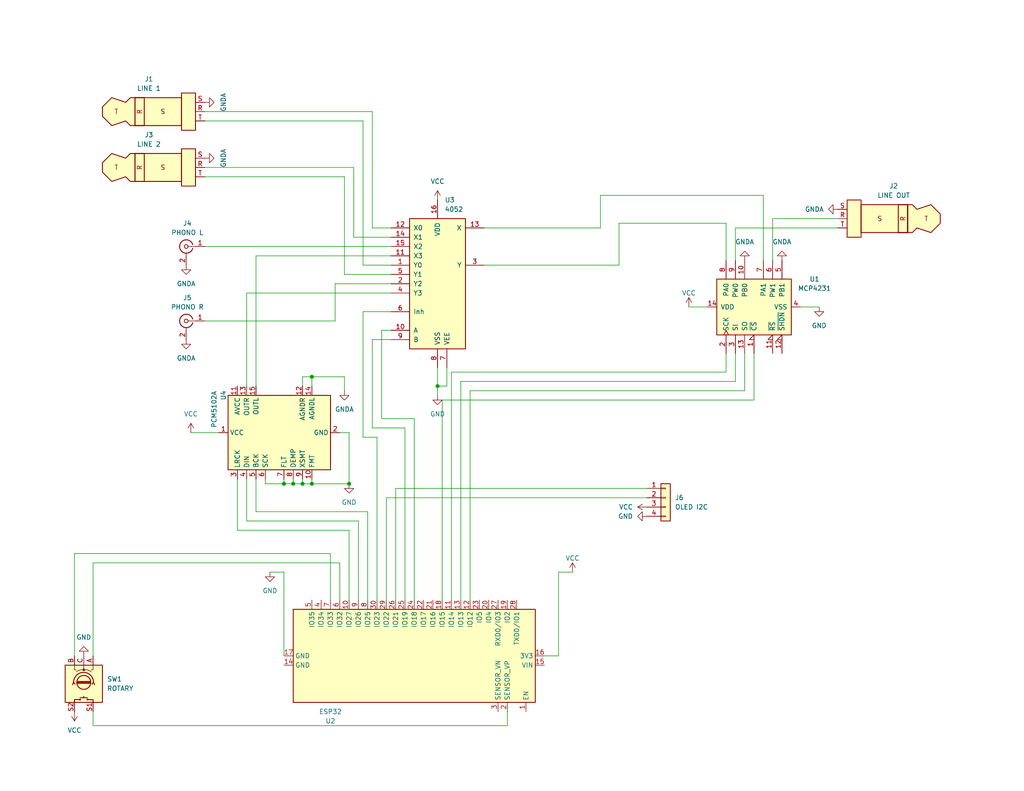
<source format=kicad_sch>
(kicad_sch (version 20230121) (generator eeschema)
  (paper "USLetter")
  (title_block (title "Digital Audio Switch") (date "2023-05-29") (rev "v1") (comment 2 "https://creativecommons.org/licenses/by/4.0/") (comment 3 "License: CC BY 4.0") (comment 4 "Author: Correl Roush <correl@gmail.com>"))
  (lib_symbols
    (symbol "4xxx:4052" (pin_names (offset 1.016))
      (property "Reference" "U" (at -7.62 19.05 0))
      (property "Value" "4052" (at -7.62 -19.05 0))
      (symbol "4052_1_0"
        (pin passive line (at -12.7 5.08 0) (length 5.08) (name "Y0") (number "1"))
        (pin input line (at -12.7 -12.7 0) (length 5.08) (name "A") (number "10"))
        (pin passive line (at -12.7 7.62 0) (length 5.08) (name "X3") (number "11"))
        (pin passive line (at -12.7 15.24 0) (length 5.08) (name "X0") (number "12"))
        (pin passive line (at 12.7 15.24 180) (length 5.08) (name "X") (number "13"))
        (pin passive line (at -12.7 12.7 0) (length 5.08) (name "X1") (number "14"))
        (pin passive line (at -12.7 10.16 0) (length 5.08) (name "X2") (number "15"))
        (pin power_in line (at 0 22.86 270) (length 5.08) (name "VDD") (number "16"))
        (pin passive line (at -12.7 0 0) (length 5.08) (name "Y2") (number "2"))
        (pin passive line (at 12.7 5.08 180) (length 5.08) (name "Y") (number "3"))
        (pin passive line (at -12.7 -2.54 0) (length 5.08) (name "Y3") (number "4"))
        (pin passive line (at -12.7 2.54 0) (length 5.08) (name "Y1") (number "5"))
        (pin input line (at -12.7 -7.62 0) (length 5.08) (name "Inh") (number "6"))
        (pin power_in line (at 2.54 -22.86 90) (length 5.08) (name "VEE") (number "7"))
        (pin power_in line (at 0 -22.86 90) (length 5.08) (name "VSS") (number "8"))
        (pin input line (at -12.7 -15.24 0) (length 5.08) (name "B") (number "9"))
      )
      (symbol "4052_1_1"
        (rectangle (start -7.62 17.78) (end 7.62 -17.78) (stroke (width 0.254)) (fill (type background)))
      )
    )
    (symbol "Audio:PCM5102A"
      (property "Reference" "U4" (at 10.16 13.97 0))
      (property "Value" "PCM5102A" (at 6.35 16.51 0))
      (symbol "PCM5102A_0_1"
        (rectangle (start -10.16 12.7) (end 10.16 -15.24) (stroke (width 0.254)) (fill (type background)))
      )
      (symbol "PCM5102A_1_1"
        (pin power_in line (at 0 15.24 270) (length 2.54) (name "VCC") (number "1"))
        (pin input line (at -12.7 -10.16 0) (length 2.54) (name "FMT") (number "10"))
        (pin power_in line (at 12.7 10.16 180) (length 2.54) (name "AVCC") (number "11"))
        (pin power_in line (at 12.7 -7.62 180) (length 2.54) (name "AGNDR") (number "12"))
        (pin output line (at 12.7 7.62 180) (length 2.54) (name "OUTR") (number "13"))
        (pin power_in line (at 12.7 -10.16 180) (length 2.54) (name "AGNDL") (number "14"))
        (pin output line (at 12.7 5.08 180) (length 2.54) (name "OUTL") (number "15"))
        (pin power_in line (at 0 -17.78 90) (length 2.54) (name "GND") (number "2"))
        (pin input line (at -12.7 10.16 0) (length 2.54) (name "LRCK") (number "3"))
        (pin input line (at -12.7 7.62 0) (length 2.54) (name "DIN") (number "4"))
        (pin input line (at -12.7 5.08 0) (length 2.54) (name "BCK") (number "5"))
        (pin input line (at -12.7 2.54 0) (length 2.54) (name "SCK") (number "6"))
        (pin input line (at -12.7 -2.54 0) (length 2.54) (name "FLT") (number "7"))
        (pin input line (at -12.7 -5.08 0) (length 2.54) (name "DEMP") (number "8"))
        (pin input line (at -12.7 -7.62 0) (length 2.54) (name "XSMT") (number "9"))
      )
    )
    (symbol "Connector:Conn_Coaxial" (pin_names (offset 1.016) hide)
      (property "Reference" "J" (at 0.254 3.048 0))
      (property "Value" "Conn_Coaxial" (at 2.921 0 90))
      (symbol "Conn_Coaxial_0_1"
        (arc (start -1.778 -0.508) (mid 0.2311 -1.8066) (end 1.778 0) (stroke (width 0.254)))
        (polyline (pts (xy -2.54 0) (xy -0.508 0)))
        (polyline (pts (xy 0 -2.54) (xy 0 -1.778)))
        (circle (center 0 0) (radius 0.508) (stroke (width 0.2032)))
        (arc (start 1.778 0) (mid 0.2099 1.8101) (end -1.778 0.508) (stroke (width 0.254)))
      )
      (symbol "Conn_Coaxial_1_1"
        (pin passive line (at -5.08 0 0) (length 2.54) (name "In") (number "1"))
        (pin passive line (at 0 -5.08 90) (length 2.54) (name "Ext") (number "2"))
      )
    )
    (symbol "Connector_Audio:AudioPlug3"
      (property "Reference" "J" (at 1.27 6.35 0))
      (property "Value" "AudioPlug3" (at 1.27 -6.35 0))
      (symbol "AudioPlug3_0_0"
        (text "R" (at -2.54 0 900) (effects (font (size 1.27 1.27))))
      )
      (symbol "AudioPlug3_0_1"
        (rectangle (start -3.81 3.81) (end -1.27 -3.81) (stroke (width 0.254)))
        (rectangle (start -1.27 -1.27) (end -1.27 -1.27))
      )
      (symbol "AudioPlug3_1_0"
        (text "S" (at 3.81 0 0) (effects (font (size 1.27 1.27))))
        (text "T" (at -8.89 0 0) (effects (font (size 1.27 1.27))))
      )
      (symbol "AudioPlug3_1_1"
        (rectangle (start -3.81 3.81) (end 8.89 -3.81) (stroke (width 0.254)) (fill (type background)))
        (polyline (pts (xy -3.81 3.81) (xy -5.08 3.81) (xy -6.35 2.54) (xy -10.16 3.81) (xy -12.7 1.27) (xy -12.7 -1.27) (xy -10.16 -3.81) (xy -6.35 -2.54) (xy -5.08 -3.81) (xy -3.81 -3.81) (xy -3.81 3.81)) (stroke (width 0.254)) (fill (type background)))
        (rectangle (start 12.7 5.08) (end 8.89 -5.08) (stroke (width 0.254)) (fill (type background)))
        (pin passive line (at 15.24 0 180) (length 2.54) (name "~") (number "R"))
        (pin passive line (at 15.24 2.54 180) (length 2.54) (name "~") (number "S"))
        (pin passive line (at 15.24 -2.54 180) (length 2.54) (name "~") (number "T"))
      )
    )
    (symbol "Connector_Generic:Conn_01x04" (pin_names (offset 1.016) hide)
      (property "Reference" "J" (at 0 5.08 0))
      (property "Value" "Conn_01x04" (at 0 -7.62 0))
      (symbol "Conn_01x04_1_1"
        (rectangle (start -1.27 -4.953) (end 0 -5.207) (stroke (width 0.1524)))
        (rectangle (start -1.27 -2.413) (end 0 -2.667) (stroke (width 0.1524)))
        (rectangle (start -1.27 0.127) (end 0 -0.127) (stroke (width 0.1524)))
        (rectangle (start -1.27 2.667) (end 0 2.413) (stroke (width 0.1524)))
        (rectangle (start -1.27 3.81) (end 1.27 -6.35) (stroke (width 0.254)) (fill (type background)))
        (pin passive line (at -5.08 2.54 0) (length 3.81) (name "Pin_1") (number "1"))
        (pin passive line (at -5.08 0 0) (length 3.81) (name "Pin_2") (number "2"))
        (pin passive line (at -5.08 -2.54 0) (length 3.81) (name "Pin_3") (number "3"))
        (pin passive line (at -5.08 -5.08 0) (length 3.81) (name "Pin_4") (number "4"))
      )
    )
    (symbol "Device:RotaryEncoder_Switch" (pin_names (offset 0.254) hide)
      (property "Reference" "SW" (at 0 6.604 0))
      (property "Value" "RotaryEncoder_Switch" (at 0 -6.604 0))
      (symbol "RotaryEncoder_Switch_0_1"
        (rectangle (start -5.08 5.08) (end 5.08 -5.08) (stroke (width 0.254)) (fill (type background)))
        (circle (center -3.81 0) (radius 0.254) (fill (type outline)))
        (circle (center -0.381 0) (radius 1.905) (stroke (width 0.254)))
        (arc (start -0.381 2.667) (mid -3.0988 -0.0635) (end -0.381 -2.794) (stroke (width 0.254)))
        (polyline (pts (xy -0.635 -1.778) (xy -0.635 1.778)) (stroke (width 0.254)))
        (polyline (pts (xy -0.381 -1.778) (xy -0.381 1.778)) (stroke (width 0.254)))
        (polyline (pts (xy -0.127 1.778) (xy -0.127 -1.778)) (stroke (width 0.254)))
        (polyline (pts (xy 3.81 0) (xy 3.429 0)) (stroke (width 0.254)))
        (polyline (pts (xy 3.81 1.016) (xy 3.81 -1.016)) (stroke (width 0.254)))
        (polyline (pts (xy -5.08 -2.54) (xy -3.81 -2.54) (xy -3.81 -2.032)))
        (polyline (pts (xy -5.08 2.54) (xy -3.81 2.54) (xy -3.81 2.032)))
        (polyline (pts (xy 0.254 -3.048) (xy -0.508 -2.794) (xy 0.127 -2.413)) (stroke (width 0.254)))
        (polyline (pts (xy 0.254 2.921) (xy -0.508 2.667) (xy 0.127 2.286)) (stroke (width 0.254)))
        (polyline (pts (xy 5.08 -2.54) (xy 4.318 -2.54) (xy 4.318 -1.016)) (stroke (width 0.254)))
        (polyline (pts (xy 5.08 2.54) (xy 4.318 2.54) (xy 4.318 1.016)) (stroke (width 0.254)))
        (polyline (pts (xy -5.08 0) (xy -3.81 0) (xy -3.81 -1.016) (xy -3.302 -2.032)))
        (polyline (pts (xy -4.318 0) (xy -3.81 0) (xy -3.81 1.016) (xy -3.302 2.032)))
        (circle (center 4.318 -1.016) (radius 0.127) (stroke (width 0.254)))
        (circle (center 4.318 1.016) (radius 0.127) (stroke (width 0.254)))
      )
      (symbol "RotaryEncoder_Switch_1_1"
        (pin passive line (at -7.62 2.54 0) (length 2.54) (name "A") (number "A"))
        (pin passive line (at -7.62 -2.54 0) (length 2.54) (name "B") (number "B"))
        (pin passive line (at -7.62 0 0) (length 2.54) (name "C") (number "C"))
        (pin passive line (at 7.62 2.54 180) (length 2.54) (name "S1") (number "S1"))
        (pin passive line (at 7.62 -2.54 180) (length 2.54) (name "S2") (number "S2"))
      )
    )
    (symbol "Digital Audio Switch:ESP32_DevKit_V1_DOIT"
      (property "Reference" "U" (at -11.43 34.29 0))
      (property "Value" "ESP32_DevKit_V1_DOIT" (at 11.43 34.29 0))
      (symbol "ESP32_DevKit_V1_DOIT_1_1"
        (rectangle (start -12.7 33.02) (end 12.7 -33.02) (stroke (width 0.254)) (fill (type background)))
        (pin input line (at -15.24 30.48 0) (length 2.54) (name "EN") (number "1"))
        (pin bidirectional line (at 15.24 -17.78 180) (length 2.54) (name "IO27") (number "10"))
        (pin bidirectional line (at 15.24 10.16 180) (length 2.54) (name "IO14") (number "11"))
        (pin bidirectional line (at 15.24 15.24 180) (length 2.54) (name "IO12") (number "12"))
        (pin bidirectional line (at 15.24 12.7 180) (length 2.54) (name "IO13") (number "13"))
        (pin power_in line (at -2.54 -35.56 90) (length 2.54) (name "GND") (number "14"))
        (pin power_in line (at -2.54 35.56 270) (length 2.54) (name "VIN") (number "15"))
        (pin power_in line (at 0 35.56 270) (length 2.54) (name "3V3") (number "16"))
        (pin power_in line (at 0 -35.56 90) (length 2.54) (name "GND") (number "17"))
        (pin bidirectional line (at 15.24 7.62 180) (length 2.54) (name "IO15") (number "18"))
        (pin bidirectional line (at 15.24 25.4 180) (length 2.54) (name "IO2") (number "19"))
        (pin input line (at -15.24 25.4 0) (length 2.54) (name "SENSOR_VP") (number "2"))
        (pin bidirectional line (at 15.24 20.32 180) (length 2.54) (name "IO4") (number "20"))
        (pin bidirectional line (at 15.24 5.08 180) (length 2.54) (name "IO16") (number "21"))
        (pin bidirectional line (at 15.24 2.54 180) (length 2.54) (name "IO17") (number "22"))
        (pin bidirectional line (at 15.24 17.78 180) (length 2.54) (name "IO5") (number "23"))
        (pin bidirectional line (at 15.24 0 180) (length 2.54) (name "IO18") (number "24"))
        (pin bidirectional line (at 15.24 -2.54 180) (length 2.54) (name "IO19") (number "25"))
        (pin bidirectional line (at 15.24 -5.08 180) (length 2.54) (name "IO21") (number "26"))
        (pin bidirectional line (at 15.24 22.86 180) (length 2.54) (name "RXD0/IO3") (number "27"))
        (pin bidirectional line (at 15.24 27.94 180) (length 2.54) (name "TXD0/IO1") (number "28"))
        (pin bidirectional line (at 15.24 -7.62 180) (length 2.54) (name "IO22") (number "29"))
        (pin input line (at -15.24 22.86 0) (length 2.54) (name "SENSOR_VN") (number "3"))
        (pin bidirectional line (at 15.24 -10.16 180) (length 2.54) (name "IO23") (number "30"))
        (pin input line (at 15.24 -25.4 180) (length 2.54) (name "IO34") (number "4"))
        (pin input line (at 15.24 -27.94 180) (length 2.54) (name "IO35") (number "5"))
        (pin bidirectional line (at 15.24 -20.32 180) (length 2.54) (name "IO32") (number "6"))
        (pin bidirectional line (at 15.24 -22.86 180) (length 2.54) (name "IO33") (number "7"))
        (pin bidirectional line (at 15.24 -12.7 180) (length 2.54) (name "IO25") (number "8"))
        (pin bidirectional line (at 15.24 -15.24 180) (length 2.54) (name "IO26") (number "9"))
      )
    )
    (symbol "Potentiometer_Digital:MCP42010" (pin_names (offset 1.016))
      (property "Reference" "U" (at -7.62 11.43 0))
      (property "Value" "MCP42010" (at 2.54 11.43 0))
      (symbol "MCP42010_0_1"
        (rectangle (start -7.62 10.16) (end 7.62 -10.16) (stroke (width 0.254)) (fill (type background)))
      )
      (symbol "MCP42010_1_1"
        (pin input input_low (at -12.7 0 0) (length 5.08) (name "~{CS}") (number "1"))
        (pin passive line (at 12.7 2.54 180) (length 5.08) (name "PB0") (number "10"))
        (pin input input_low (at -12.7 -5.08 0) (length 5.08) (name "~{RS}") (number "11"))
        (pin input input_low (at -12.7 -7.62 0) (length 5.08) (name "~{SHDN}") (number "12"))
        (pin output line (at -12.7 2.54 0) (length 5.08) (name "SO") (number "13"))
        (pin power_in line (at 0 12.7 270) (length 2.54) (name "VDD") (number "14"))
        (pin input clock (at -12.7 7.62 0) (length 5.08) (name "SCK") (number "2"))
        (pin input line (at -12.7 5.08 0) (length 5.08) (name "SI") (number "3"))
        (pin power_in line (at 0 -12.7 90) (length 2.54) (name "VSS") (number "4"))
        (pin passive line (at 12.7 -7.62 180) (length 5.08) (name "PB1") (number "5"))
        (pin passive line (at 12.7 -5.08 180) (length 5.08) (name "PW1") (number "6"))
        (pin passive line (at 12.7 -2.54 180) (length 5.08) (name "PA1") (number "7"))
        (pin passive line (at 12.7 7.62 180) (length 5.08) (name "PA0") (number "8"))
        (pin passive line (at 12.7 5.08 180) (length 5.08) (name "PW0") (number "9"))
      )
    )
    (symbol "power:GND" (power) (pin_names (offset 0))
      (property "Value" "GND" (at 0 -3.81 0))
      (symbol "GND_0_1"
        (polyline (pts (xy 0 0) (xy 0 -1.27) (xy 1.27 -1.27) (xy 0 -2.54) (xy -1.27 -1.27) (xy 0 -1.27)))
      )
      (symbol "GND_1_1"
        (pin power_in line (at 0 0 270) (length 0) hide (name "GND") (number "1"))
      )
    )
    (symbol "power:GNDA" (power) (pin_names (offset 0))
      (property "Value" "GNDA" (at 0 -3.81 0))
      (symbol "GNDA_0_1"
        (polyline (pts (xy 0 0) (xy 0 -1.27) (xy 1.27 -1.27) (xy 0 -2.54) (xy -1.27 -1.27) (xy 0 -1.27)))
      )
      (symbol "GNDA_1_1"
        (pin power_in line (at 0 0 270) (length 0) hide (name "GNDA") (number "1"))
      )
    )
    (symbol "power:VCC" (power) (pin_names (offset 0))
      (property "Value" "VCC" (at 0 3.81 0))
      (symbol "VCC_0_1"
        (polyline (pts (xy -0.762 1.27) (xy 0 2.54)))
        (polyline (pts (xy 0 0) (xy 0 2.54)))
        (polyline (pts (xy 0 2.54) (xy 0.762 1.27)))
      )
      (symbol "VCC_1_1"
        (pin power_in line (at 0 0 90) (length 0) hide (name "VCC") (number "1"))
      )
    )
  )
  (junction (at 95.25 132.08))
  (junction (at 82.55 132.08))
  (junction (at 77.47 132.08))
  (junction (at 85.09 102.87))
  (junction (at 85.09 132.08))
  (junction (at 80.01 132.08))
  (junction (at 119.38 105.41))
  (wire (pts (xy 104.14 90.17) (xy 106.68 90.17)))
  (wire (pts (xy 85.09 102.87) (xy 93.98 102.87)))
  (wire (pts (xy 99.06 85.09) (xy 106.68 85.09)))
  (wire (pts (xy 198.12 60.96) (xy 198.12 71.12)))
  (wire (pts (xy 95.25 118.11) (xy 95.25 132.08)))
  (wire (pts (xy 64.77 144.78) (xy 95.25 144.78)))
  (wire (pts (xy 93.98 48.26) (xy 93.98 74.93)))
  (wire (pts (xy 163.83 62.23) (xy 163.83 53.34)))
  (wire (pts (xy 203.2 106.68) (xy 203.2 96.52)))
  (wire (pts (xy 128.27 106.68) (xy 203.2 106.68)))
  (wire (pts (xy 128.27 163.83) (xy 128.27 106.68)))
  (wire (pts (xy 92.71 118.11) (xy 95.25 118.11)))
  (wire (pts (xy 67.31 105.41) (xy 67.31 80.01)))
  (wire (pts (xy 123.19 101.6) (xy 198.12 101.6)))
  (wire (pts (xy 101.6 30.48) (xy 101.6 62.23)))
  (wire (pts (xy 55.88 33.02) (xy 99.06 33.02)))
  (wire (pts (xy 102.87 119.38) (xy 99.06 119.38)))
  (wire (pts (xy 187.96 83.82) (xy 193.04 83.82)))
  (wire (pts (xy 123.19 163.83) (xy 123.19 101.6)))
  (wire (pts (xy 96.52 45.72) (xy 96.52 64.77)))
  (wire (pts (xy 101.6 92.71) (xy 106.68 92.71)))
  (wire (pts (xy 105.41 135.89) (xy 105.41 163.83)))
  (wire (pts (xy 91.44 87.63) (xy 91.44 77.47)))
  (wire (pts (xy 101.6 62.23) (xy 106.68 62.23)))
  (wire (pts (xy 67.31 80.01) (xy 106.68 80.01)))
  (wire (pts (xy 69.85 105.41) (xy 69.85 69.85)))
  (wire (pts (xy 99.06 72.39) (xy 106.68 72.39)))
  (wire (pts (xy 95.25 132.08) (xy 85.09 132.08)))
  (wire (pts (xy 91.44 77.47) (xy 106.68 77.47)))
  (wire (pts (xy 25.4 198.12) (xy 138.43 198.12)))
  (wire (pts (xy 64.77 130.81) (xy 64.77 144.78)))
  (wire (pts (xy 210.82 59.69) (xy 228.6 59.69)))
  (wire (pts (xy 110.49 116.84) (xy 110.49 163.83)))
  (wire (pts (xy 210.82 71.12) (xy 210.82 59.69)))
  (wire (pts (xy 152.4 156.21) (xy 156.21 156.21)))
  (wire (pts (xy 69.85 139.7) (xy 100.33 139.7)))
  (wire (pts (xy 138.43 198.12) (xy 138.43 194.31)))
  (wire (pts (xy 93.98 102.87) (xy 93.98 106.68)))
  (wire (pts (xy 148.59 179.07) (xy 152.4 179.07)))
  (wire (pts (xy 82.55 105.41) (xy 82.55 102.87)))
  (wire (pts (xy 25.4 153.67) (xy 25.4 179.07)))
  (wire (pts (xy 163.83 53.34) (xy 208.28 53.34)))
  (wire (pts (xy 52.07 118.11) (xy 59.69 118.11)))
  (wire (pts (xy 96.52 64.77) (xy 106.68 64.77)))
  (wire (pts (xy 95.25 144.78) (xy 95.25 163.83)))
  (wire (pts (xy 168.91 60.96) (xy 198.12 60.96)))
  (wire (pts (xy 205.74 96.52) (xy 205.74 109.22)))
  (wire (pts (xy 99.06 119.38) (xy 99.06 85.09)))
  (wire (pts (xy 200.66 62.23) (xy 228.6 62.23)))
  (wire (pts (xy 107.95 133.35) (xy 107.95 163.83)))
  (wire (pts (xy 113.03 114.3) (xy 104.14 114.3)))
  (wire (pts (xy 69.85 69.85) (xy 106.68 69.85)))
  (wire (pts (xy 67.31 130.81) (xy 67.31 142.24)))
  (wire (pts (xy 82.55 130.81) (xy 82.55 132.08)))
  (wire (pts (xy 110.49 116.84) (xy 101.6 116.84)))
  (wire (pts (xy 55.88 30.48) (xy 101.6 30.48)))
  (wire (pts (xy 99.06 33.02) (xy 99.06 72.39)))
  (wire (pts (xy 132.08 72.39) (xy 168.91 72.39)))
  (wire (pts (xy 101.6 116.84) (xy 101.6 92.71)))
  (wire (pts (xy 200.66 71.12) (xy 200.66 62.23)))
  (wire (pts (xy 77.47 130.81) (xy 77.47 132.08)))
  (wire (pts (xy 125.73 163.83) (xy 125.73 104.14)))
  (wire (pts (xy 77.47 179.07) (xy 77.47 156.21)))
  (wire (pts (xy 92.71 163.83) (xy 92.71 153.67)))
  (wire (pts (xy 55.88 67.31) (xy 106.68 67.31)))
  (wire (pts (xy 82.55 102.87) (xy 85.09 102.87)))
  (wire (pts (xy 100.33 139.7) (xy 100.33 163.83)))
  (wire (pts (xy 218.44 83.82) (xy 223.52 83.82)))
  (wire (pts (xy 198.12 101.6) (xy 198.12 96.52)))
  (wire (pts (xy 132.08 62.23) (xy 163.83 62.23)))
  (wire (pts (xy 72.39 130.81) (xy 72.39 132.08)))
  (wire (pts (xy 119.38 105.41) (xy 119.38 107.95)))
  (wire (pts (xy 113.03 114.3) (xy 113.03 163.83)))
  (wire (pts (xy 77.47 132.08) (xy 80.01 132.08)))
  (wire (pts (xy 92.71 153.67) (xy 25.4 153.67)))
  (wire (pts (xy 82.55 132.08) (xy 85.09 132.08)))
  (wire (pts (xy 90.17 151.13) (xy 20.32 151.13)))
  (wire (pts (xy 200.66 104.14) (xy 200.66 96.52)))
  (wire (pts (xy 152.4 179.07) (xy 152.4 156.21)))
  (wire (pts (xy 208.28 53.34) (xy 208.28 71.12)))
  (wire (pts (xy 176.53 133.35) (xy 107.95 133.35)))
  (wire (pts (xy 20.32 151.13) (xy 20.32 179.07)))
  (wire (pts (xy 67.31 142.24) (xy 97.79 142.24)))
  (wire (pts (xy 176.53 135.89) (xy 105.41 135.89)))
  (wire (pts (xy 121.92 105.41) (xy 119.38 105.41)))
  (wire (pts (xy 121.92 100.33) (xy 121.92 105.41)))
  (wire (pts (xy 102.87 163.83) (xy 102.87 119.38)))
  (wire (pts (xy 72.39 132.08) (xy 77.47 132.08)))
  (wire (pts (xy 69.85 130.81) (xy 69.85 139.7)))
  (wire (pts (xy 168.91 72.39) (xy 168.91 60.96)))
  (wire (pts (xy 55.88 87.63) (xy 91.44 87.63)))
  (wire (pts (xy 85.09 132.08) (xy 85.09 130.81)))
  (wire (pts (xy 80.01 130.81) (xy 80.01 132.08)))
  (wire (pts (xy 104.14 114.3) (xy 104.14 90.17)))
  (wire (pts (xy 25.4 194.31) (xy 25.4 198.12)))
  (wire (pts (xy 120.65 163.83) (xy 120.65 109.22)))
  (wire (pts (xy 97.79 142.24) (xy 97.79 163.83)))
  (wire (pts (xy 85.09 102.87) (xy 85.09 105.41)))
  (wire (pts (xy 80.01 132.08) (xy 82.55 132.08)))
  (wire (pts (xy 119.38 100.33) (xy 119.38 105.41)))
  (wire (pts (xy 55.88 48.26) (xy 93.98 48.26)))
  (wire (pts (xy 120.65 109.22) (xy 205.74 109.22)))
  (wire (pts (xy 90.17 163.83) (xy 90.17 151.13)))
  (wire (pts (xy 93.98 74.93) (xy 106.68 74.93)))
  (wire (pts (xy 125.73 104.14) (xy 200.66 104.14)))
  (wire (pts (xy 55.88 45.72) (xy 96.52 45.72)))
  (wire (pts (xy 77.47 156.21) (xy 73.66 156.21)))
  (symbol (lib_id "Connector_Generic:Conn_01x04") (at 181.61 135.89 0) (unit 1)
    (property "Reference" "J6" (at 184.15 135.89 0) (effects (justify left)))
    (property "Value" "OLED I2C" (at 184.15 138.43 0) (effects (justify left)))
    (property "Footprint" "Digital Audio Switch:I2C Pin Header" (effects hide))
  )
  (symbol (lib_id "power:GNDA") (at 55.88 27.94 90) (unit 1)
    (property "Reference" "#PWR011" (effects hide))
    (property "Value" "GNDA" (at 60.96 27.94 0))
  )
  (symbol (lib_id "power:GNDA") (at 50.8 72.39 0) (unit 1)
    (property "Reference" "#PWR07" (effects hide))
    (property "Value" "GNDA" (at 50.8 77.47 0))
  )
  (symbol (lib_id "Connector:Conn_Coaxial") (at 50.8 87.63 0) (mirror y) (unit 1)
    (property "Reference" "J5" (at 51.1174 81.28 0))
    (property "Value" "PHONO R" (at 51.1174 83.82 0))
    (property "Footprint" "Digital Audio Switch:KLPX-0848A" (effects hide))
    (property "Datasheet" " ~" (effects hide))
  )
  (symbol (lib_id "power:VCC") (at 176.53 138.43 90) (unit 1)
    (property "Reference" "#PWR09" (effects hide))
    (property "Value" "VCC" (at 172.72 138.43 90) (effects (justify left)))
  )
  (symbol (lib_id "power:GND") (at 176.53 140.97 270) (unit 1)
    (property "Reference" "#PWR010" (effects hide))
    (property "Value" "GND" (at 172.72 140.97 90) (effects (justify right)))
  )
  (symbol (lib_id "power:GNDA") (at 228.6 57.15 270) (unit 1)
    (property "Reference" "#PWR015" (effects hide))
    (property "Value" "GNDA" (at 224.79 57.15 90) (effects (justify right)))
  )
  (symbol (lib_id "power:GNDA") (at 213.36 71.12 0) (mirror x) (unit 1)
    (property "Reference" "#PWR014" (effects hide))
    (property "Value" "GNDA" (at 213.36 66.04 0))
  )
  (symbol (lib_id "power:VCC") (at 187.96 83.82 0) (unit 1)
    (property "Reference" "#PWR02" (effects hide))
    (property "Value" "VCC" (at 187.96 80.01 0))
  )
  (symbol (lib_id "power:VCC") (at 20.32 194.31 0) (mirror x) (unit 1)
    (property "Reference" "#PWR06" (effects hide))
    (property "Value" "VCC" (at 20.32 199.39 0))
  )
  (symbol (lib_id "Connector_Audio:AudioPlug3") (at 243.84 59.69 0) (mirror y) (unit 1)
    (property "Reference" "J2" (at 243.84 50.8 0))
    (property "Value" "LINE OUT" (at 243.84 53.34 0))
    (property "Footprint" "Digital Audio Switch:Jack_3.5mm_CUI_SJ1-3533NG_Horizontal" (effects hide))
  )
  (symbol (lib_id "power:GNDA") (at 50.8 92.71 0) (unit 1)
    (property "Reference" "#PWR08" (effects hide))
    (property "Value" "GNDA" (at 50.8 97.79 0))
  )
  (symbol (lib_id "power:GND") (at 95.25 132.08 0) (unit 1)
    (property "Reference" "#PWR018" (effects hide))
    (property "Value" "GND" (at 95.25 137.16 0))
  )
  (symbol (lib_id "power:VCC") (at 52.07 118.11 0) (unit 1)
    (property "Reference" "#PWR020" (effects hide))
    (property "Value" "VCC" (at 52.07 113.03 0))
  )
  (symbol (lib_id "power:VCC") (at 119.38 54.61 0) (unit 1)
    (property "Reference" "#PWR017" (effects hide))
    (property "Value" "VCC" (at 119.38 49.53 0))
  )
  (symbol (lib_id "power:GND") (at 119.38 107.95 0) (unit 1)
    (property "Reference" "#PWR016" (effects hide))
    (property "Value" "GND" (at 119.38 113.03 0))
  )
  (symbol (lib_id "Audio:PCM5102A") (at 74.93 118.11 90) (unit 1)
    (property "Reference" "U4" (at 60.96 107.95 0))
    (property "Value" "PCM5102A" (at 58.42 111.76 0))
    (property "Footprint" "Digital Audio Switch:PCM5102" (effects hide))
    (property "Datasheet" "https://www.ti.com/lit/ds/symlink/pcm5102a.pdf" (effects hide))
  )
  (symbol (lib_id "power:GNDA") (at 93.98 106.68 0) (unit 1)
    (property "Reference" "#PWR019" (effects hide))
    (property "Value" "GNDA" (at 93.98 111.76 0))
  )
  (symbol (lib_id "power:VCC") (at 156.21 156.21 0) (unit 1)
    (property "Reference" "#PWR01" (effects hide))
    (property "Value" "VCC" (at 156.21 152.4 0))
  )
  (symbol (lib_id "power:GND") (at 22.86 179.07 0) (mirror x) (unit 1)
    (property "Reference" "#PWR05" (effects hide))
    (property "Value" "GND" (at 22.86 173.99 0))
  )
  (symbol (lib_id "4xxx:4052") (at 119.38 77.47 0) (unit 1)
    (property "Reference" "U3" (at 121.3359 54.61 0) (effects (justify left)))
    (property "Value" "4052" (at 121.3359 57.15 0) (effects (justify left)))
    (property "Footprint" "Package_DIP:DIP-16_W10.16mm" (effects hide))
    (property "Datasheet" "http://www.intersil.com/content/dam/Intersil/documents/cd40/cd4051bms-52bms-53bms.pdf" (effects hide))
  )
  (symbol (lib_id "Connector_Audio:AudioPlug3") (at 40.64 30.48 0) (unit 1)
    (property "Reference" "J1" (at 40.64 21.59 0))
    (property "Value" "LINE 1" (at 40.64 24.13 0))
    (property "Footprint" "Digital Audio Switch:Jack_3.5mm_CUI_SJ1-3533NG_Horizontal" (effects hide))
  )
  (symbol (lib_id "power:GND") (at 223.52 83.82 0) (unit 1)
    (property "Reference" "#PWR04" (effects hide))
    (property "Value" "GND" (at 223.52 88.9 0))
  )
  (symbol (lib_id "Potentiometer_Digital:MCP42010") (at 205.74 83.82 90) (unit 1)
    (property "Reference" "U1" (at 222.25 76.2 90))
    (property "Value" "MCP4231" (at 222.25 78.74 90))
    (property "Footprint" "Package_DIP:DIP-14_W10.16mm" (effects hide))
    (property "Datasheet" "http://ww1.microchip.com/downloads/en/DeviceDoc/11195c.pdf" (effects hide))
  )
  (symbol (lib_id "power:GNDA") (at 55.88 43.18 90) (unit 1)
    (property "Reference" "#PWR012" (effects hide))
    (property "Value" "GNDA" (at 60.96 43.18 0))
  )
  (symbol (lib_id "power:GNDA") (at 203.2 71.12 0) (mirror x) (unit 1)
    (property "Reference" "#PWR013" (effects hide))
    (property "Value" "GNDA" (at 203.2 66.04 0))
  )
  (symbol (lib_id "power:GND") (at 73.66 156.21 0) (unit 1)
    (property "Reference" "#PWR03" (effects hide))
    (property "Value" "GND" (at 73.66 161.29 0))
  )
  (symbol (lib_id "Connector_Audio:AudioPlug3") (at 40.64 45.72 0) (unit 1)
    (property "Reference" "J3" (at 40.64 36.83 0))
    (property "Value" "LINE 2" (at 40.64 39.37 0))
    (property "Footprint" "Digital Audio Switch:Jack_3.5mm_CUI_SJ1-3533NG_Horizontal" (effects hide))
  )
  (symbol (lib_id "Digital Audio Switch:ESP32_DevKit_V1_DOIT") (at 113.03 179.07 270) (mirror x) (unit 1)
    (property "Reference" "U2" (at 90.17 196.85 90))
    (property "Value" "ESP32" (at 90.17 194.31 90))
    (property "Footprint" "Digital Audio Switch:esp32_devkit_v1_doit" (effects hide))
    (property "Datasheet" "https://aliexpress.com/item/32864722159.html" (effects hide))
  )
  (symbol (lib_id "Connector:Conn_Coaxial") (at 50.8 67.31 0) (mirror y) (unit 1)
    (property "Reference" "J4" (at 51.1174 60.96 0))
    (property "Value" "PHONO L" (at 51.1174 63.5 0))
    (property "Footprint" "Digital Audio Switch:KLPX-0848A" (effects hide))
    (property "Datasheet" " ~" (effects hide))
  )
  (symbol (lib_id "Device:RotaryEncoder_Switch") (at 22.86 186.69 270) (unit 1)
    (property "Reference" "SW1" (at 29.21 185.42 90) (effects (justify left)))
    (property "Value" "ROTARY" (at 29.21 187.96 90) (effects (justify left)))
    (property "Footprint" "Digital Audio Switch:RotaryEncoder_Bourns_Horizontal_PEC12R-2xxxF-Sxxxx" (effects hide))
  )
)
</source>
